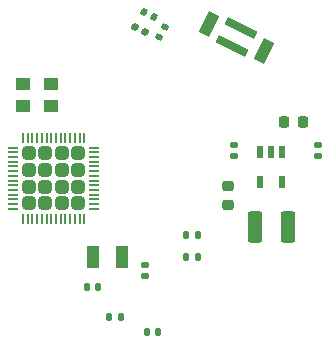
<source format=gbr>
%TF.GenerationSoftware,KiCad,Pcbnew,7.0.5-0*%
%TF.CreationDate,2023-09-08T15:05:08-04:00*%
%TF.ProjectId,rodentdbs,726f6465-6e74-4646-9273-2e6b69636164,rev?*%
%TF.SameCoordinates,Original*%
%TF.FileFunction,Paste,Top*%
%TF.FilePolarity,Positive*%
%FSLAX46Y46*%
G04 Gerber Fmt 4.6, Leading zero omitted, Abs format (unit mm)*
G04 Created by KiCad (PCBNEW 7.0.5-0) date 2023-09-08 15:05:08*
%MOMM*%
%LPD*%
G01*
G04 APERTURE LIST*
G04 Aperture macros list*
%AMRoundRect*
0 Rectangle with rounded corners*
0 $1 Rounding radius*
0 $2 $3 $4 $5 $6 $7 $8 $9 X,Y pos of 4 corners*
0 Add a 4 corners polygon primitive as box body*
4,1,4,$2,$3,$4,$5,$6,$7,$8,$9,$2,$3,0*
0 Add four circle primitives for the rounded corners*
1,1,$1+$1,$2,$3*
1,1,$1+$1,$4,$5*
1,1,$1+$1,$6,$7*
1,1,$1+$1,$8,$9*
0 Add four rect primitives between the rounded corners*
20,1,$1+$1,$2,$3,$4,$5,0*
20,1,$1+$1,$4,$5,$6,$7,0*
20,1,$1+$1,$6,$7,$8,$9,0*
20,1,$1+$1,$8,$9,$2,$3,0*%
%AMRotRect*
0 Rectangle, with rotation*
0 The origin of the aperture is its center*
0 $1 length*
0 $2 width*
0 $3 Rotation angle, in degrees counterclockwise*
0 Add horizontal line*
21,1,$1,$2,0,0,$3*%
G04 Aperture macros list end*
%ADD10R,0.550000X1.050000*%
%ADD11RoundRect,0.250000X-0.375000X-1.075000X0.375000X-1.075000X0.375000X1.075000X-0.375000X1.075000X0*%
%ADD12RoundRect,0.140000X0.170000X-0.140000X0.170000X0.140000X-0.170000X0.140000X-0.170000X-0.140000X0*%
%ADD13RoundRect,0.225000X0.225000X0.250000X-0.225000X0.250000X-0.225000X-0.250000X0.225000X-0.250000X0*%
%ADD14RoundRect,0.225000X-0.250000X0.225000X-0.250000X-0.225000X0.250000X-0.225000X0.250000X0.225000X0*%
%ADD15RoundRect,0.147500X-0.147500X-0.172500X0.147500X-0.172500X0.147500X0.172500X-0.147500X0.172500X0*%
%ADD16RoundRect,0.147500X0.209080X0.088307X-0.054765X0.220257X-0.209080X-0.088307X0.054765X-0.220257X0*%
%ADD17RoundRect,0.147500X0.147500X0.172500X-0.147500X0.172500X-0.147500X-0.172500X0.147500X-0.172500X0*%
%ADD18RoundRect,0.140000X-0.201254X-0.089425X0.049175X-0.214667X0.201254X0.089425X-0.049175X0.214667X0*%
%ADD19RoundRect,0.140000X0.089425X-0.201254X0.214667X0.049175X-0.089425X0.201254X-0.214667X-0.049175X0*%
%ADD20RoundRect,0.140000X-0.140000X-0.170000X0.140000X-0.170000X0.140000X0.170000X-0.140000X0.170000X0*%
%ADD21RoundRect,0.140000X-0.170000X0.140000X-0.170000X-0.140000X0.170000X-0.140000X0.170000X0.140000X0*%
%ADD22R,1.300000X1.100000*%
%ADD23R,1.100000X1.900000*%
%ADD24RoundRect,0.250000X0.315000X0.315000X-0.315000X0.315000X-0.315000X-0.315000X0.315000X-0.315000X0*%
%ADD25RoundRect,0.050000X0.387500X0.050000X-0.387500X0.050000X-0.387500X-0.050000X0.387500X-0.050000X0*%
%ADD26RoundRect,0.050000X0.050000X0.387500X-0.050000X0.387500X-0.050000X-0.387500X0.050000X-0.387500X0*%
%ADD27RotRect,1.000000X2.000000X333.440000*%
%ADD28RotRect,2.800000X0.700000X333.440000*%
G04 APERTURE END LIST*
D10*
%TO.C,IC1*%
X156375000Y-125770000D03*
X155425000Y-125770000D03*
X154475000Y-125770000D03*
X154475000Y-128270000D03*
X156375000Y-128270000D03*
%TD*%
D11*
%TO.C,L1*%
X154045000Y-132080000D03*
X156845000Y-132080000D03*
%TD*%
D12*
%TO.C,C16*%
X152270000Y-126070000D03*
X152270000Y-125110000D03*
%TD*%
D13*
%TO.C,C13*%
X158115000Y-123190000D03*
X156565000Y-123190000D03*
%TD*%
D14*
%TO.C,C17*%
X151765000Y-128625000D03*
X151765000Y-130175000D03*
%TD*%
D12*
%TO.C,C7*%
X159385000Y-125095000D03*
X159385000Y-126055000D03*
%TD*%
D15*
%TO.C,FB2*%
X149225000Y-132715000D03*
X148255000Y-132715000D03*
%TD*%
%TO.C,FB1*%
X149225000Y-134620000D03*
X148255000Y-134620000D03*
%TD*%
D16*
%TO.C,L2*%
X143912444Y-115136128D03*
X144780000Y-115570000D03*
%TD*%
D17*
%TO.C,D2*%
X144930000Y-140970000D03*
X145900000Y-140970000D03*
%TD*%
%TO.C,D1*%
X142725000Y-139700000D03*
X141755000Y-139700000D03*
%TD*%
D18*
%TO.C,C15*%
X145504287Y-114300000D03*
X144645673Y-113870600D03*
%TD*%
D19*
%TO.C,C14*%
X145990300Y-115999307D03*
X146419700Y-115140693D03*
%TD*%
D20*
%TO.C,C11*%
X139855000Y-137160000D03*
X140815000Y-137160000D03*
%TD*%
D21*
%TO.C,C10*%
X144780000Y-135255000D03*
X144780000Y-136215000D03*
%TD*%
D22*
%TO.C,Y2*%
X134466724Y-120012381D03*
X136766724Y-120012381D03*
X136766724Y-121812381D03*
X134466724Y-121812381D03*
%TD*%
D23*
%TO.C,Y1*%
X142835000Y-134620000D03*
X140335000Y-134620000D03*
%TD*%
D24*
%TO.C,U2*%
X136330000Y-130050000D03*
X139130000Y-125850000D03*
X136330000Y-128650000D03*
X139130000Y-130050000D03*
X134930000Y-128650000D03*
X136330000Y-127250000D03*
X137730000Y-130050000D03*
X134930000Y-127250000D03*
X137730000Y-127250000D03*
X134930000Y-130050000D03*
X139130000Y-127250000D03*
X137730000Y-125850000D03*
X139130000Y-128650000D03*
X136330000Y-125850000D03*
X134930000Y-125850000D03*
X137730000Y-128650000D03*
D25*
X140467500Y-130550000D03*
X140467500Y-130150000D03*
X140467500Y-129750000D03*
X140467500Y-129350000D03*
X140467500Y-128950000D03*
X140467500Y-128550000D03*
X140467500Y-128150000D03*
X140467500Y-127750000D03*
X140467500Y-127350000D03*
X140467500Y-126950000D03*
X140467500Y-126550000D03*
X140467500Y-126150000D03*
X140467500Y-125750000D03*
X140467500Y-125350000D03*
D26*
X139630000Y-124512500D03*
X139230000Y-124512500D03*
X138830000Y-124512500D03*
X138430000Y-124512500D03*
X138030000Y-124512500D03*
X137630000Y-124512500D03*
X137230000Y-124512500D03*
X136830000Y-124512500D03*
X136430000Y-124512500D03*
X136030000Y-124512500D03*
X135630000Y-124512500D03*
X135230000Y-124512500D03*
X134830000Y-124512500D03*
X134430000Y-124512500D03*
D25*
X133592500Y-125350000D03*
X133592500Y-125750000D03*
X133592500Y-126150000D03*
X133592500Y-126550000D03*
X133592500Y-126950000D03*
X133592500Y-127350000D03*
X133592500Y-127750000D03*
X133592500Y-128150000D03*
X133592500Y-128550000D03*
X133592500Y-128950000D03*
X133592500Y-129350000D03*
X133592500Y-129750000D03*
X133592500Y-130150000D03*
X133592500Y-130550000D03*
D26*
X134430000Y-131387500D03*
X134830000Y-131387500D03*
X135230000Y-131387500D03*
X135630000Y-131387500D03*
X136030000Y-131387500D03*
X136430000Y-131387500D03*
X136830000Y-131387500D03*
X137230000Y-131387500D03*
X137630000Y-131387500D03*
X138030000Y-131387500D03*
X138430000Y-131387500D03*
X138830000Y-131387500D03*
X139230000Y-131387500D03*
X139630000Y-131387500D03*
%TD*%
D27*
%TO.C,AE1*%
X150209669Y-114870170D03*
X154860895Y-117195270D03*
D28*
X152155217Y-116793017D03*
X152915347Y-115272423D03*
%TD*%
M02*

</source>
